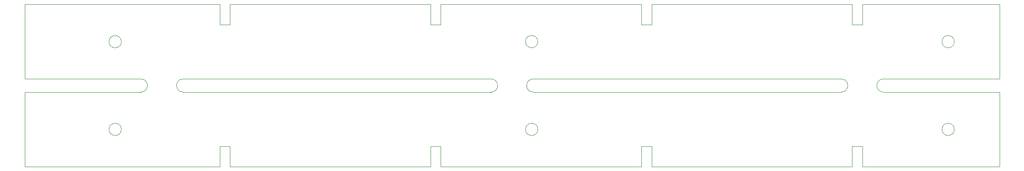
<source format=gm1>
%TF.GenerationSoftware,KiCad,Pcbnew,(2018-01-21 revision 6b9866de8)-makepkg*%
%TF.CreationDate,2018-04-10T17:10:11+02:00*%
%TF.ProjectId,Arm_interface_board_panel,41726D5F696E746572666163655F626F,rev?*%
%TF.SameCoordinates,Original*%
%TF.FileFunction,Profile,NP*%
%FSLAX46Y46*%
G04 Gerber Fmt 4.6, Leading zero omitted, Abs format (unit mm)*
G04 Created by KiCad (PCBNEW (2018-01-21 revision 6b9866de8)-makepkg) date 04/10/18 17:10:11*
%MOMM*%
%LPD*%
G01*
G04 APERTURE LIST*
%ADD10C,0.100000*%
G04 APERTURE END LIST*
D10*
X75600000Y-98150000D02*
X53000000Y-98150000D01*
X75600000Y-95600000D02*
X53000000Y-95600000D01*
X143700000Y-98150000D02*
X83800000Y-98150000D01*
X211800000Y-98150000D02*
X151900000Y-98150000D01*
X242600000Y-98150000D02*
X220000000Y-98150000D01*
X220000000Y-95600000D02*
X242600000Y-95600000D01*
X151900000Y-95600000D02*
X211800000Y-95600000D01*
X83800000Y-95600000D02*
X143700000Y-95600000D01*
X143700000Y-98150000D02*
G75*
G03X143700000Y-95600000I0J1275000D01*
G01*
X151900000Y-98150000D02*
G75*
G02X151900000Y-95600000I0J1275000D01*
G01*
X211800000Y-98150000D02*
G75*
G03X211800000Y-95600000I0J1275000D01*
G01*
X220000000Y-98150000D02*
G75*
G02X220000000Y-95600000I0J1275000D01*
G01*
X83800000Y-98150000D02*
G75*
G02X83800000Y-95600000I0J1275000D01*
G01*
X75600000Y-98150000D02*
G75*
G03X75600000Y-95600000I0J1275000D01*
G01*
X233800000Y-88300000D02*
G75*
G03X233800000Y-88300000I-1200000J0D01*
G01*
X90922624Y-85000000D02*
X92922624Y-85000000D01*
X90922624Y-81000000D02*
X90922624Y-85000000D01*
X53000000Y-81000000D02*
X90922624Y-81000000D01*
X53000000Y-95600000D02*
X53000000Y-81000000D01*
X242600000Y-81000000D02*
X242600000Y-95600000D01*
X215922624Y-81000000D02*
X242600000Y-81000000D01*
X215922624Y-85000000D02*
X215922624Y-81000000D01*
X213922624Y-85000000D02*
X215922624Y-85000000D01*
X213922624Y-81000000D02*
X213922624Y-85000000D01*
X174922624Y-81000000D02*
X213922624Y-81000000D01*
X174922624Y-85000000D02*
X174922624Y-81000000D01*
X172922624Y-85000000D02*
X174922624Y-85000000D01*
X172922624Y-81000000D02*
X172922624Y-85000000D01*
X133922624Y-81000000D02*
X172922624Y-81000000D01*
X133922624Y-85000000D02*
X133922624Y-81000000D01*
X131922624Y-85000000D02*
X133922624Y-85000000D01*
X131922624Y-81000000D02*
X131922624Y-85000000D01*
X92922624Y-81000000D02*
X131922624Y-81000000D01*
X92922624Y-85000000D02*
X92922624Y-81000000D01*
X152800000Y-88300000D02*
G75*
G03X152800000Y-88300000I-1200000J0D01*
G01*
X71800000Y-88300000D02*
G75*
G03X71800000Y-88300000I-1200000J0D01*
G01*
X233800000Y-105450000D02*
G75*
G03X233800000Y-105450000I-1200000J0D01*
G01*
X90922624Y-108750000D02*
X92922624Y-108750000D01*
X90922624Y-112750000D02*
X90922624Y-108750000D01*
X53000000Y-112750000D02*
X90922624Y-112750000D01*
X53000000Y-98150000D02*
X53000000Y-112750000D01*
X242600000Y-112750000D02*
X242600000Y-98150000D01*
X215922624Y-112750000D02*
X242600000Y-112750000D01*
X215922624Y-108750000D02*
X215922624Y-112750000D01*
X213922624Y-108750000D02*
X215922624Y-108750000D01*
X213922624Y-112750000D02*
X213922624Y-108750000D01*
X174922624Y-112750000D02*
X213922624Y-112750000D01*
X174922624Y-108750000D02*
X174922624Y-112750000D01*
X172922624Y-108750000D02*
X174922624Y-108750000D01*
X172922624Y-112750000D02*
X172922624Y-108750000D01*
X133922624Y-112750000D02*
X172922624Y-112750000D01*
X133922624Y-108750000D02*
X133922624Y-112750000D01*
X131922624Y-108750000D02*
X133922624Y-108750000D01*
X131922624Y-112750000D02*
X131922624Y-108750000D01*
X92922624Y-112750000D02*
X131922624Y-112750000D01*
X92922624Y-108750000D02*
X92922624Y-112750000D01*
X152800000Y-105450000D02*
G75*
G03X152800000Y-105450000I-1200000J0D01*
G01*
X71800000Y-105450000D02*
G75*
G03X71800000Y-105450000I-1200000J0D01*
G01*
M02*

</source>
